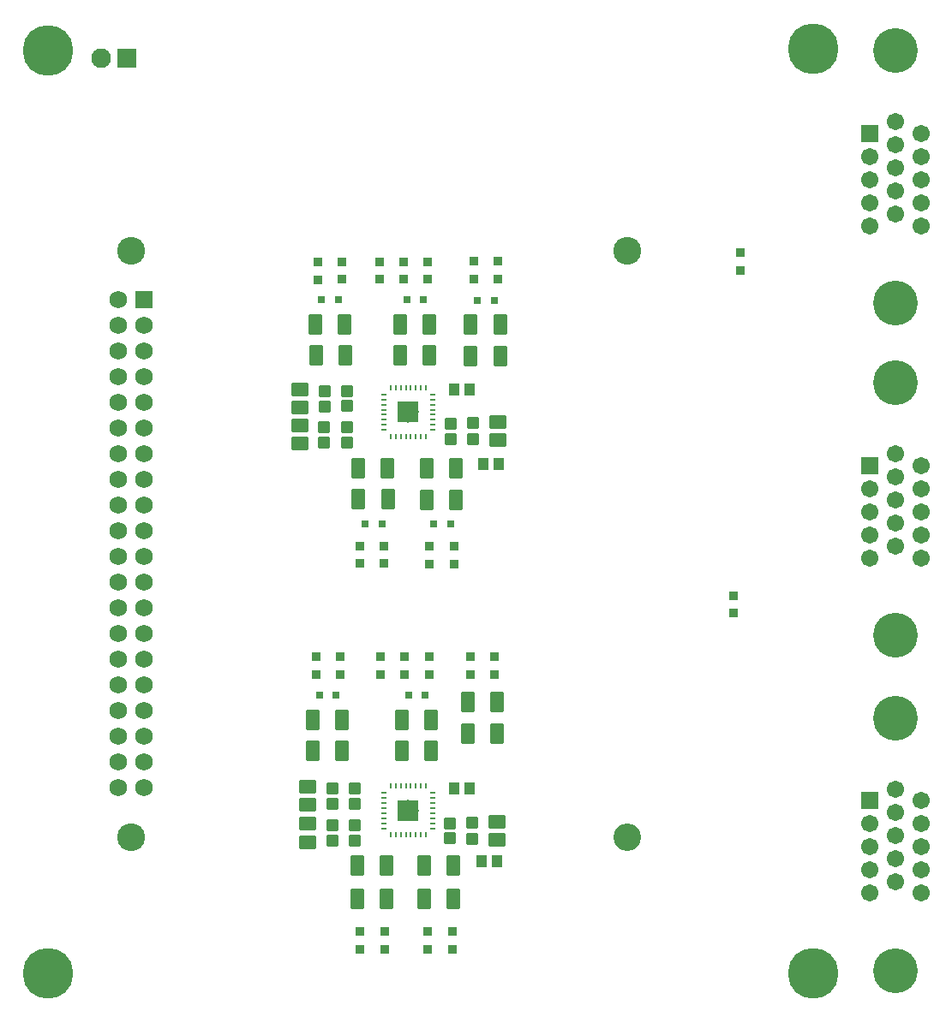
<source format=gbr>
G04 #@! TF.GenerationSoftware,KiCad,Pcbnew,8.0.6*
G04 #@! TF.CreationDate,2025-11-17T16:53:35-08:00*
G04 #@! TF.ProjectId,DAQ,4441512e-6b69-4636-9164-5f7063625858,2*
G04 #@! TF.SameCoordinates,Original*
G04 #@! TF.FileFunction,Soldermask,Bot*
G04 #@! TF.FilePolarity,Negative*
%FSLAX46Y46*%
G04 Gerber Fmt 4.6, Leading zero omitted, Abs format (unit mm)*
G04 Created by KiCad (PCBNEW 8.0.6) date 2025-11-17 16:53:35*
%MOMM*%
%LPD*%
G01*
G04 APERTURE LIST*
G04 Aperture macros list*
%AMRoundRect*
0 Rectangle with rounded corners*
0 $1 Rounding radius*
0 $2 $3 $4 $5 $6 $7 $8 $9 X,Y pos of 4 corners*
0 Add a 4 corners polygon primitive as box body*
4,1,4,$2,$3,$4,$5,$6,$7,$8,$9,$2,$3,0*
0 Add four circle primitives for the rounded corners*
1,1,$1+$1,$2,$3*
1,1,$1+$1,$4,$5*
1,1,$1+$1,$6,$7*
1,1,$1+$1,$8,$9*
0 Add four rect primitives between the rounded corners*
20,1,$1+$1,$2,$3,$4,$5,0*
20,1,$1+$1,$4,$5,$6,$7,0*
20,1,$1+$1,$6,$7,$8,$9,0*
20,1,$1+$1,$8,$9,$2,$3,0*%
G04 Aperture macros list end*
%ADD10RoundRect,0.102000X0.754000X-0.754000X0.754000X0.754000X-0.754000X0.754000X-0.754000X-0.754000X0*%
%ADD11C,1.712000*%
%ADD12C,4.420000*%
%ADD13C,5.000000*%
%ADD14RoundRect,0.076200X-0.892500X-0.892500X0.892500X-0.892500X0.892500X0.892500X-0.892500X0.892500X0*%
%ADD15C,1.937400*%
%ADD16R,0.863600X0.965200*%
%ADD17RoundRect,0.102000X0.735000X-0.555000X0.735000X0.555000X-0.735000X0.555000X-0.735000X-0.555000X0*%
%ADD18RoundRect,0.102000X-0.590000X-0.885000X0.590000X-0.885000X0.590000X0.885000X-0.590000X0.885000X0*%
%ADD19RoundRect,0.102000X0.490000X-0.460000X0.490000X0.460000X-0.490000X0.460000X-0.490000X-0.460000X0*%
%ADD20RoundRect,0.102000X-0.430000X-0.490000X0.430000X-0.490000X0.430000X0.490000X-0.430000X0.490000X0*%
%ADD21R,0.249999X0.599999*%
%ADD22R,0.599999X0.249999*%
%ADD23R,2.100001X2.100001*%
%ADD24C,0.499999*%
%ADD25RoundRect,0.102000X0.485000X-0.490000X0.485000X0.490000X-0.485000X0.490000X-0.485000X-0.490000X0*%
%ADD26R,0.655600X0.800000*%
%ADD27RoundRect,0.102000X0.430000X0.490000X-0.430000X0.490000X-0.430000X-0.490000X0.430000X-0.490000X0*%
%ADD28C,2.750000*%
%ADD29C,2.722358*%
%ADD30R,1.750000X1.750000*%
%ADD31C,1.750000*%
G04 APERTURE END LIST*
D10*
X164997500Y-84986750D03*
D11*
X164997500Y-87266750D03*
X164997500Y-89546750D03*
X164997500Y-91826750D03*
X164997500Y-94106750D03*
X167537500Y-83846750D03*
X167537500Y-86126750D03*
X167537500Y-88406750D03*
X167537500Y-90686750D03*
X167537500Y-92966750D03*
X170077500Y-84986750D03*
X170077500Y-87266750D03*
X170077500Y-89546750D03*
X170077500Y-91826750D03*
X170077500Y-94106750D03*
D12*
X167537500Y-101786750D03*
X167537500Y-76796750D03*
D13*
X83800000Y-43900000D03*
X83800000Y-135200000D03*
D10*
X164997500Y-52136750D03*
D11*
X164997500Y-54416750D03*
X164997500Y-56696750D03*
X164997500Y-58976750D03*
X164997500Y-61256750D03*
X167537500Y-50996750D03*
X167537500Y-53276750D03*
X167537500Y-55556750D03*
X167537500Y-57836750D03*
X167537500Y-60116750D03*
X170077500Y-52136750D03*
X170077500Y-54416750D03*
X170077500Y-56696750D03*
X170077500Y-58976750D03*
X170077500Y-61256750D03*
D12*
X167537500Y-68936750D03*
X167537500Y-43946750D03*
D13*
X159400000Y-43800000D03*
D10*
X164997500Y-118126750D03*
D11*
X164997500Y-120406750D03*
X164997500Y-122686750D03*
X164997500Y-124966750D03*
X164997500Y-127246750D03*
X167537500Y-116986750D03*
X167537500Y-119266750D03*
X167537500Y-121546750D03*
X167537500Y-123826750D03*
X167537500Y-126106750D03*
X170077500Y-118126750D03*
X170077500Y-120406750D03*
X170077500Y-122686750D03*
X170077500Y-124966750D03*
X170077500Y-127246750D03*
D12*
X167537500Y-134926750D03*
X167537500Y-109936750D03*
D13*
X159400000Y-135200000D03*
D14*
X91595000Y-44700000D03*
D15*
X89055000Y-44700000D03*
D16*
X121295002Y-132802600D03*
X121295002Y-131050000D03*
D17*
X108675000Y-79265685D03*
X108675000Y-77465685D03*
X109445002Y-118562000D03*
X109445002Y-116762000D03*
D18*
X114485000Y-88324999D03*
X117375000Y-88324999D03*
X118750002Y-110100000D03*
X121640002Y-110100000D03*
D19*
X111125000Y-79140685D03*
X111125000Y-77590685D03*
D18*
X109965002Y-113200000D03*
X112855002Y-113200000D03*
X120995002Y-127800000D03*
X123885002Y-127800000D03*
D20*
X123920000Y-116900000D03*
X125450000Y-116900000D03*
D21*
X117650002Y-116700000D03*
X118150001Y-116700000D03*
X118650003Y-116700000D03*
X119150001Y-116700000D03*
X119650003Y-116700000D03*
X120150002Y-116700000D03*
X120650001Y-116700000D03*
X121150003Y-116700000D03*
D22*
X121800004Y-117350001D03*
X121800004Y-117850000D03*
X121800004Y-118350002D03*
X121800004Y-118850000D03*
X121800004Y-119350002D03*
X121800004Y-119850001D03*
X121800004Y-120350000D03*
X121800004Y-120850002D03*
D21*
X121150003Y-121500000D03*
X120650001Y-121500000D03*
X120150002Y-121500000D03*
X119650003Y-121500000D03*
X119150001Y-121500000D03*
X118650003Y-121500000D03*
X118150001Y-121500000D03*
X117650002Y-121500000D03*
D22*
X117000003Y-120850002D03*
X117000003Y-120350000D03*
X117000003Y-119850001D03*
X117000003Y-119350002D03*
X117000003Y-118850000D03*
X117000003Y-118350002D03*
X117000003Y-117850000D03*
X117000003Y-117350001D03*
D23*
X119400001Y-119100000D03*
D24*
X119400001Y-118299999D03*
X120200002Y-119100000D03*
X119400001Y-119100000D03*
X118600000Y-119100000D03*
X119400001Y-119900001D03*
D16*
X128275000Y-64774999D03*
X128275000Y-66527599D03*
D18*
X114355002Y-124523700D03*
X117245002Y-124523700D03*
X125575000Y-71027599D03*
X128465000Y-71027599D03*
D25*
X114145002Y-122056000D03*
X114145002Y-120568000D03*
D16*
X116650002Y-105652600D03*
X116650002Y-103900000D03*
D18*
X125300002Y-111500000D03*
X128190002Y-111500000D03*
D16*
X125875000Y-64774999D03*
X125875000Y-66527599D03*
D26*
X119244400Y-68599999D03*
X120900000Y-68599999D03*
D18*
X110230000Y-71001299D03*
X113120000Y-71001299D03*
X109955002Y-110100000D03*
X112845002Y-110100000D03*
D16*
X112700002Y-105652600D03*
X112700002Y-103900000D03*
D21*
X117650001Y-77300000D03*
X118150000Y-77300000D03*
X118650002Y-77300000D03*
X119150000Y-77300000D03*
X119650002Y-77300000D03*
X120150001Y-77300000D03*
X120650000Y-77300000D03*
X121150002Y-77300000D03*
D22*
X121800003Y-77950001D03*
X121800003Y-78450000D03*
X121800003Y-78950002D03*
X121800003Y-79450000D03*
X121800003Y-79950002D03*
X121800003Y-80450001D03*
X121800003Y-80950000D03*
X121800003Y-81450002D03*
D21*
X121150002Y-82100000D03*
X120650000Y-82100000D03*
X120150001Y-82100000D03*
X119650002Y-82100000D03*
X119150000Y-82100000D03*
X118650002Y-82100000D03*
X118150000Y-82100000D03*
X117650001Y-82100000D03*
D22*
X117000002Y-81450002D03*
X117000002Y-80950000D03*
X117000002Y-80450001D03*
X117000002Y-79950002D03*
X117000002Y-79450000D03*
X117000002Y-78950002D03*
X117000002Y-78450000D03*
X117000002Y-77950001D03*
D23*
X119400000Y-79700000D03*
D24*
X119400000Y-78899999D03*
X120200001Y-79700000D03*
X119400000Y-79700000D03*
X118599999Y-79700000D03*
X119400000Y-80500001D03*
D16*
X125550002Y-103900000D03*
X125550002Y-105652600D03*
D25*
X113325000Y-82665685D03*
X113325000Y-81177685D03*
D16*
X123750002Y-132802600D03*
X123750002Y-131050000D03*
D18*
X121225000Y-88337156D03*
X124115000Y-88337156D03*
D16*
X117030000Y-94677599D03*
X117030000Y-92924999D03*
D26*
X126247200Y-68651299D03*
X127902800Y-68651299D03*
D19*
X111895002Y-118462000D03*
X111895002Y-116912000D03*
D26*
X110847200Y-68601299D03*
X112502800Y-68601299D03*
D16*
X118900000Y-66552599D03*
X118900000Y-64799999D03*
D26*
X119422202Y-107700000D03*
X121077802Y-107700000D03*
D27*
X128315000Y-84800000D03*
X126785000Y-84800000D03*
D19*
X125825000Y-82346685D03*
X125825000Y-80796685D03*
X125745002Y-121875000D03*
X125745002Y-120325000D03*
D16*
X123915000Y-94689756D03*
X123915000Y-92937156D03*
D18*
X121225000Y-85237156D03*
X124115000Y-85237156D03*
D17*
X128275000Y-82446685D03*
X128275000Y-80646685D03*
D16*
X152200000Y-65696500D03*
X152200000Y-63943900D03*
D18*
X120995002Y-124500000D03*
X123885002Y-124500000D03*
D19*
X111075000Y-82715685D03*
X111075000Y-81165685D03*
D16*
X127950002Y-103900000D03*
X127950002Y-105652600D03*
D18*
X110285000Y-74101299D03*
X113175000Y-74101299D03*
D16*
X119050002Y-105652600D03*
X119050002Y-103900000D03*
D18*
X125300002Y-108400000D03*
X128190002Y-108400000D03*
D28*
X141000000Y-63700000D03*
X92000000Y-63700000D03*
D29*
X141000000Y-121700000D03*
D28*
X92000000Y-121700000D03*
D30*
X93270000Y-68570000D03*
D31*
X90730000Y-68570000D03*
X93270000Y-71110000D03*
X90730000Y-71110000D03*
X93270000Y-73650000D03*
X90730000Y-73650000D03*
X93270000Y-76190000D03*
X90730000Y-76190000D03*
X93270000Y-78730000D03*
X90730000Y-78730000D03*
X93270000Y-81270000D03*
X90730000Y-81270000D03*
X93270000Y-83810000D03*
X90730000Y-83810000D03*
X93270000Y-86350000D03*
X90730000Y-86350000D03*
X93270000Y-88890000D03*
X90730000Y-88890000D03*
X93270000Y-91430000D03*
X90730000Y-91430000D03*
X93270000Y-93970000D03*
X90730000Y-93970000D03*
X93270000Y-96510000D03*
X90730000Y-96510000D03*
X93270000Y-99050000D03*
X90730000Y-99050000D03*
X93270000Y-101590000D03*
X90730000Y-101590000D03*
X93270000Y-104130000D03*
X90730000Y-104130000D03*
X93270000Y-106670000D03*
X90730000Y-106670000D03*
X93270000Y-109210000D03*
X90730000Y-109210000D03*
X93270000Y-111750000D03*
X90730000Y-111750000D03*
X93270000Y-114290000D03*
X90730000Y-114290000D03*
X93270000Y-116830000D03*
X90730000Y-116830000D03*
D25*
X113375000Y-79090685D03*
X113375000Y-77602685D03*
D18*
X125575000Y-74127599D03*
X128465000Y-74127599D03*
D25*
X114145002Y-118400000D03*
X114145002Y-116912000D03*
D16*
X110475000Y-66601299D03*
X110475000Y-64848699D03*
D17*
X108675000Y-82821685D03*
X108675000Y-81021685D03*
D18*
X114350002Y-127823700D03*
X117240002Y-127823700D03*
D16*
X116600000Y-66576299D03*
X116600000Y-64823699D03*
D20*
X123935000Y-77475000D03*
X125465000Y-77475000D03*
D16*
X121300000Y-66552599D03*
X121300000Y-64799999D03*
D17*
X128145002Y-122000000D03*
X128145002Y-120200000D03*
D26*
X110600002Y-107700000D03*
X112255602Y-107700000D03*
D17*
X109445002Y-122212000D03*
X109445002Y-120412000D03*
D16*
X121450002Y-105652600D03*
X121450002Y-103900000D03*
D19*
X111895002Y-122112000D03*
X111895002Y-120562000D03*
D18*
X118600000Y-70999999D03*
X121490000Y-70999999D03*
D26*
X116785600Y-90724999D03*
X115130000Y-90724999D03*
D16*
X121515000Y-94689756D03*
X121515000Y-92937156D03*
D18*
X118750002Y-113200000D03*
X121640002Y-113200000D03*
D26*
X123570600Y-90737156D03*
X121915000Y-90737156D03*
D25*
X123495002Y-121850000D03*
X123495002Y-120362000D03*
D16*
X114650002Y-132826300D03*
X114650002Y-131073700D03*
X151550000Y-97843900D03*
X151550000Y-99596500D03*
D18*
X114430000Y-85224999D03*
X117320000Y-85224999D03*
D27*
X128130000Y-124100000D03*
X126600000Y-124100000D03*
D16*
X114630000Y-94677599D03*
X114630000Y-92924999D03*
D25*
X123575000Y-82334685D03*
X123575000Y-80846685D03*
D16*
X110300002Y-105652600D03*
X110300002Y-103900000D03*
X117050002Y-132826300D03*
X117050002Y-131073700D03*
X112875000Y-66577599D03*
X112875000Y-64824999D03*
D18*
X118600000Y-74099999D03*
X121490000Y-74099999D03*
M02*

</source>
